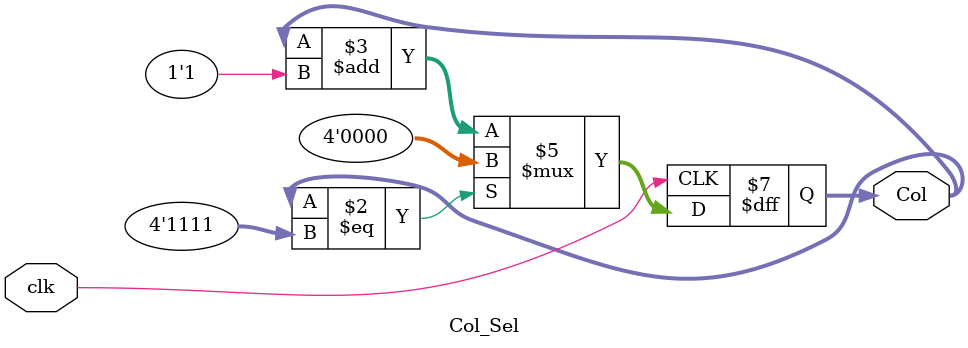
<source format=v>
module Col_Sel(Col,clk);
	input clk;
	output [3:0]Col;
	reg [3:0]Col;
	always @ (posedge clk)
	begin
		if(Col == 4'b1111)	Col = 4'b0000;
		else Col = Col + 1'b1;
	end
endmodule

</source>
